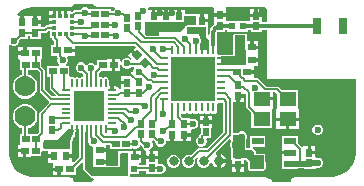
<source format=gtl>
%TF.GenerationSoftware,Altium Limited,Altium Designer,24.5.2 (23)*%
G04 Layer_Physical_Order=1*
G04 Layer_Color=255*
%FSLAX45Y45*%
%MOMM*%
%TF.SameCoordinates,D9EDD973-4EFE-478D-9CC6-8A1B8994CF0D*%
%TF.FilePolarity,Positive*%
%TF.FileFunction,Copper,L1,Top,Signal*%
%TF.Part,Single*%
G01*
G75*
%TA.AperFunction,Conductor*%
%ADD10C,0.35000*%
%TA.AperFunction,SMDPad,CuDef*%
%ADD11R,2.60000X2.60000*%
%ADD12O,0.20000X0.80000*%
%ADD13O,0.80000X0.20000*%
%ADD14R,0.62000X0.59000*%
%ADD15R,0.70000X0.62000*%
%ADD16R,0.62000X0.70000*%
%ADD17R,0.65000X0.55000*%
%ADD18R,0.59000X0.62000*%
%ADD19R,0.38000X0.32000*%
%ADD20R,0.32000X0.39000*%
%ADD21R,0.39000X0.32000*%
%ADD22R,0.74000X1.47000*%
G04:AMPARAMS|DCode=23|XSize=0.62mm|YSize=0.7mm|CornerRadius=0mm|HoleSize=0mm|Usage=FLASHONLY|Rotation=225.000|XOffset=0mm|YOffset=0mm|HoleType=Round|Shape=Rectangle|*
%AMROTATEDRECTD23*
4,1,4,-0.02829,0.46669,0.46669,-0.02829,0.02829,-0.46669,-0.46669,0.02829,-0.02829,0.46669,0.0*
%
%ADD23ROTATEDRECTD23*%

%ADD24R,0.55000X0.65000*%
%ADD25R,1.00000X0.60000*%
%ADD26R,1.40000X1.20000*%
%ADD27O,0.25000X0.80000*%
%ADD28O,0.80000X0.25000*%
%ADD29R,3.70000X3.70000*%
%TA.AperFunction,Conductor*%
%ADD30C,0.15000*%
%ADD31C,0.20000*%
%ADD32C,0.50000*%
%TA.AperFunction,ComponentPad*%
%ADD33C,1.77800*%
%ADD34C,0.80000*%
%TA.AperFunction,ViaPad*%
%ADD35C,0.60000*%
%ADD36C,0.50000*%
G36*
X1700007Y1469401D02*
X1701800Y1469401D01*
X1714500Y1458586D01*
Y1344012D01*
X1688901D01*
X1676603Y1344984D01*
Y1384984D01*
X1574603D01*
Y1356588D01*
X1561903Y1350327D01*
X1556698Y1354324D01*
Y1356876D01*
X1467699D01*
Y1356876D01*
X1465698D01*
Y1356876D01*
X1377602D01*
X1376699Y1356876D01*
X1368281Y1366089D01*
Y1388717D01*
X1266281D01*
Y1348717D01*
X1271281D01*
Y1331211D01*
X1256242Y1319671D01*
X1242523Y1301794D01*
X1233899Y1280974D01*
X1230958Y1258632D01*
X1231060D01*
Y1245353D01*
X1218360Y1238564D01*
X1216960Y1239500D01*
Y1301667D01*
X1219894D01*
Y1341666D01*
X1168895D01*
Y1356666D01*
X1153895D01*
Y1411666D01*
X1122422D01*
X1118633Y1413236D01*
X1022200D01*
Y1447398D01*
X986200D01*
Y1392398D01*
X956200D01*
Y1447398D01*
X920201D01*
X920200Y1447398D01*
X912478Y1449722D01*
Y1449722D01*
X908462Y1449722D01*
X876478D01*
Y1394722D01*
X846478D01*
Y1449722D01*
X810478D01*
Y1449722D01*
X809115Y1448741D01*
X773116D01*
Y1393741D01*
X743116D01*
Y1448741D01*
X717536D01*
X712969Y1458294D01*
X720144Y1469401D01*
X1261415Y1469401D01*
X1266281Y1458716D01*
Y1418717D01*
X1368281D01*
Y1456701D01*
X1373147Y1469401D01*
X1700000D01*
X1700004Y1469402D01*
X1700007Y1469401D01*
D02*
G37*
G36*
X250048Y1485972D02*
X259972Y1479341D01*
X278349Y1471729D01*
X290054Y1469401D01*
X422601D01*
X427861Y1456701D01*
X419051Y1447890D01*
X416420Y1441540D01*
X394800D01*
Y1452200D01*
X214800D01*
X205255Y1459818D01*
X201682Y1463392D01*
X185142Y1470243D01*
X167240D01*
X150701Y1463392D01*
X138042Y1450733D01*
X136986Y1448183D01*
X95438D01*
X86659Y1446437D01*
X79217Y1441464D01*
X68565Y1430812D01*
X55865Y1436073D01*
Y1439169D01*
X27165D01*
Y1394269D01*
X1765D01*
Y1439169D01*
X-22835D01*
Y1394269D01*
X-48235D01*
Y1439169D01*
X-72835D01*
Y1394269D01*
X-85535D01*
Y1381569D01*
X-130435D01*
Y1356969D01*
X-85535D01*
Y1331569D01*
X-130435D01*
Y1319759D01*
X-147683D01*
X-157438Y1317819D01*
X-165707Y1312293D01*
X-174210Y1303790D01*
X-193494D01*
Y1328884D01*
X-244494D01*
Y1343884D01*
X-259494D01*
Y1398883D01*
X-292115D01*
X-295493Y1398884D01*
Y1398884D01*
X-304669Y1398530D01*
Y1398529D01*
X-340668D01*
Y1343529D01*
X-370668D01*
Y1398529D01*
X-393807D01*
X-399068Y1411229D01*
X-389868Y1420429D01*
X-353931Y1444442D01*
X-314000Y1460981D01*
X-271610Y1469413D01*
X-250000D01*
X49999Y1469414D01*
X61704Y1471742D01*
X71628Y1478373D01*
X78258Y1488296D01*
X79551Y1494797D01*
X241223D01*
X250048Y1485972D01*
D02*
G37*
G36*
X1118633Y1320800D02*
X1041400Y1320800D01*
X1035273Y1314673D01*
X1025262D01*
Y1304662D01*
X980514Y1259914D01*
X802623D01*
Y1231291D01*
X694161D01*
X682681Y1242771D01*
Y1346825D01*
X712116D01*
Y1343741D01*
X803184D01*
X804115Y1343741D01*
Y1343741D01*
X815479Y1344721D01*
Y1344722D01*
X907478D01*
Y1346825D01*
X925200D01*
Y1342398D01*
X1017200D01*
Y1397000D01*
X1118633D01*
Y1320800D01*
D02*
G37*
G36*
X-120035Y1263269D02*
X-119535D01*
Y1213269D01*
X-101797D01*
X-100085Y1204660D01*
X-94559Y1196390D01*
X-84062Y1185893D01*
Y1150900D01*
X-108700D01*
Y1058900D01*
X-59190D01*
Y1054965D01*
X-57249Y1045211D01*
X-54262Y1040740D01*
X-57802Y1032194D01*
Y1014292D01*
X-50951Y997753D01*
X-38998Y985800D01*
X-39272Y982317D01*
X-42523Y973100D01*
X-146800D01*
Y881100D01*
X-122732D01*
Y788389D01*
X-120986Y779610D01*
X-116013Y772167D01*
X-70876Y727031D01*
X-75736Y715297D01*
X-98751D01*
X-162342Y778888D01*
Y928869D01*
X-164088Y937648D01*
X-169061Y945091D01*
X-194019Y970049D01*
Y1027606D01*
X-194019Y1027606D01*
X-190480Y1038272D01*
X-190480D01*
X-190481Y1038841D01*
Y1130272D01*
X-277482D01*
Y1135272D01*
X-317481D01*
Y1084271D01*
X-332481D01*
Y1069271D01*
X-387481D01*
Y1033272D01*
X-384373D01*
X-374020Y1027606D01*
Y942607D01*
X-355976D01*
Y900878D01*
X-370590Y896962D01*
X-394282Y883283D01*
X-413627Y863938D01*
X-427305Y840246D01*
X-434386Y813821D01*
Y786464D01*
X-427305Y760038D01*
X-413627Y736346D01*
X-394282Y717001D01*
X-370590Y703323D01*
X-344165Y696242D01*
X-316807D01*
X-290382Y703323D01*
X-266690Y717001D01*
X-247345Y736346D01*
X-233667Y760038D01*
X-226586Y786464D01*
Y813821D01*
X-233667Y840246D01*
X-247345Y863938D01*
X-266690Y883283D01*
X-290382Y896962D01*
X-304996Y900878D01*
Y942607D01*
X-231463D01*
X-208223Y919367D01*
Y769386D01*
X-206477Y760607D01*
X-201504Y753165D01*
X-127790Y679451D01*
X-126603Y675376D01*
X-126512Y667873D01*
X-127708Y663022D01*
X-204913Y585817D01*
X-209886Y578375D01*
X-211632Y569596D01*
Y412064D01*
X-225029Y398667D01*
X-277586D01*
Y398667D01*
X-307545D01*
Y444724D01*
X-290382Y449323D01*
X-266690Y463002D01*
X-247345Y482346D01*
X-233666Y506039D01*
X-226586Y532464D01*
Y559821D01*
X-233666Y586246D01*
X-247345Y609939D01*
X-266690Y629283D01*
X-290382Y642962D01*
X-316807Y650042D01*
X-344164D01*
X-370590Y642962D01*
X-394282Y629283D01*
X-413627Y609939D01*
X-427305Y586246D01*
X-434386Y559821D01*
Y532464D01*
X-427305Y506039D01*
X-413627Y482346D01*
X-394282Y463002D01*
X-370590Y449323D01*
X-353426Y444724D01*
Y398667D01*
X-372586D01*
Y313668D01*
X-382710Y307448D01*
X-389273D01*
Y271448D01*
X-334273D01*
Y256448D01*
X-319273D01*
Y205448D01*
X-279274D01*
Y210448D01*
X-192273D01*
Y246293D01*
X-179573Y253135D01*
X-173126Y250464D01*
X-136293D01*
Y224166D01*
X-85292D01*
Y194166D01*
X-136293D01*
Y154166D01*
X-107250D01*
X-96518Y149413D01*
Y113414D01*
X-41519D01*
Y98414D01*
X-26519D01*
Y47414D01*
X13481D01*
Y52414D01*
X100481D01*
Y111971D01*
X148749Y160238D01*
X160482Y155378D01*
Y115976D01*
X161564D01*
Y101600D01*
X166319Y90119D01*
X224633Y31806D01*
X236113Y27051D01*
X246678D01*
X250530Y14351D01*
X250048Y14029D01*
X235983Y-37D01*
X232531Y-5202D01*
X80586D01*
Y-1D01*
X78258Y11704D01*
X71627Y21628D01*
X61704Y28258D01*
X49999Y30587D01*
X-250000Y30586D01*
X-271611Y30587D01*
X-314000Y39018D01*
X-353932Y55559D01*
X-389868Y79571D01*
X-420430Y110132D01*
X-444442Y146069D01*
X-460982Y186000D01*
X-469413Y228389D01*
Y250000D01*
X-469414Y1151110D01*
X-456713Y1156371D01*
X-451180Y1150837D01*
X-434640Y1143986D01*
X-416739D01*
X-400199Y1150837D01*
X-387540Y1163496D01*
X-380690Y1180035D01*
Y1189921D01*
X-369081Y1201529D01*
X-309668D01*
Y1225260D01*
X-290494D01*
Y1201884D01*
X-198494D01*
Y1252810D01*
X-163652D01*
X-153898Y1254751D01*
X-145628Y1260276D01*
X-137125Y1268780D01*
X-120035D01*
Y1263269D01*
D02*
G37*
G36*
X1200724Y1222375D02*
X1226137Y1196962D01*
Y1104900D01*
X1151602D01*
X1152456Y1160886D01*
Y1162657D01*
X1159024Y1178514D01*
Y1196416D01*
X1152456Y1212273D01*
Y1244600D01*
X1041400D01*
Y1300975D01*
X1046754Y1303192D01*
X1047934Y1304373D01*
X1200724D01*
Y1222375D01*
D02*
G37*
G36*
X1376699Y1264876D02*
X1465698D01*
Y1264875D01*
X1467699D01*
Y1264876D01*
X1556698D01*
Y1277739D01*
X1579603D01*
Y1257984D01*
X1671603D01*
Y1277739D01*
X1714500D01*
Y863600D01*
X2469413D01*
X2469414Y250001D01*
X2469413Y228390D01*
X2460981Y186000D01*
X2444441Y146068D01*
X2420429Y110132D01*
X2389867Y79570D01*
X2353931Y55558D01*
X2314001Y39019D01*
X2271610Y30587D01*
X2250000Y30587D01*
X1950001Y30587D01*
X1938296Y28258D01*
X1928373Y21628D01*
X1921742Y11704D01*
X1919414Y-1D01*
Y-5202D01*
X1767463D01*
X1764027Y-57D01*
X1749962Y14015D01*
X1740040Y20648D01*
X1721660Y28266D01*
X1709955Y30597D01*
X1700008Y30599D01*
X1700005Y30599D01*
X1700001Y30600D01*
X564760D01*
X556268Y43287D01*
Y55844D01*
X634085D01*
Y80623D01*
X694872D01*
Y56113D01*
X786871D01*
X786872Y56113D01*
Y56113D01*
X799572Y58993D01*
X805664Y56470D01*
X823566D01*
X840106Y63320D01*
X852764Y75979D01*
X859615Y92518D01*
Y110420D01*
X852764Y126960D01*
X840106Y139618D01*
X823566Y146469D01*
X805664D01*
X804572Y146017D01*
X791872Y154503D01*
Y183113D01*
X689872D01*
Y143114D01*
X689872D01*
X687000Y131603D01*
X634085D01*
Y147844D01*
X644075Y154387D01*
X651349D01*
Y190387D01*
X596350D01*
Y205387D01*
X581350D01*
Y256387D01*
X541350D01*
Y256387D01*
X528649Y252322D01*
X478458Y252829D01*
X478355Y252788D01*
X478253Y252830D01*
X474794Y251387D01*
X454350D01*
Y230589D01*
X453100Y227550D01*
X453143Y227448D01*
X453102Y227344D01*
X454307Y148069D01*
X454085Y147844D01*
X454086D01*
Y130536D01*
X357482D01*
Y146976D01*
X302482D01*
Y176976D01*
X357482D01*
Y209613D01*
X358373D01*
Y245613D01*
X303373D01*
Y275613D01*
X358373D01*
Y307879D01*
X388056D01*
X389035Y306900D01*
Y273183D01*
X569035D01*
Y273183D01*
X581735Y277613D01*
X592069Y273333D01*
X609971D01*
X626511Y280184D01*
X639169Y292842D01*
X642112Y299947D01*
X646201Y300761D01*
X658901Y298579D01*
X665752Y282040D01*
X678411Y269381D01*
X688449Y265223D01*
X689872Y253113D01*
X689872Y253113D01*
X689872Y253113D01*
Y213113D01*
X725872D01*
Y253113D01*
X723303D01*
X720777Y265813D01*
X729392Y269381D01*
X742050Y282040D01*
X748901Y298580D01*
Y316481D01*
X743341Y329904D01*
X747496Y340036D01*
X749899Y343133D01*
X756932Y344101D01*
X771042Y329991D01*
Y325843D01*
X777893Y309303D01*
X790551Y296645D01*
X807091Y289794D01*
X824993D01*
X841532Y296645D01*
X854191Y309303D01*
X860076Y323512D01*
X861042Y325843D01*
X861043Y325851D01*
X862364Y335265D01*
X869155Y335265D01*
X898363D01*
Y390265D01*
X928363D01*
Y335265D01*
X964363D01*
Y335264D01*
X968113Y334205D01*
X968113Y334206D01*
X976625Y334206D01*
X1004113D01*
Y389205D01*
X1019113D01*
Y404205D01*
X1070113D01*
Y431612D01*
X1080672Y438667D01*
X1083249Y437600D01*
X1101151D01*
X1117690Y444451D01*
X1130349Y457110D01*
X1137200Y473649D01*
Y491551D01*
X1130349Y508090D01*
X1117690Y520749D01*
X1101151Y527600D01*
X1083249D01*
X1077813Y525348D01*
X1065112Y531206D01*
Y531206D01*
X1009161D01*
X989686Y550681D01*
Y563816D01*
X1002386Y570604D01*
X1003466Y569883D01*
X1014196Y567748D01*
X1024926Y569883D01*
X1034022Y575961D01*
X1044370D01*
X1053466Y569883D01*
X1064196Y567748D01*
X1074926Y569883D01*
X1084022Y575961D01*
X1094370D01*
X1103466Y569883D01*
X1114196Y567748D01*
X1124926Y569883D01*
X1134022Y575961D01*
X1144370D01*
X1153466Y569883D01*
X1164196Y567748D01*
X1174926Y569883D01*
X1184022Y575961D01*
X1194370D01*
X1203466Y569883D01*
X1214196Y567748D01*
X1224926Y569883D01*
X1234022Y575961D01*
X1244370D01*
X1253466Y569883D01*
X1264196Y567748D01*
X1274926Y569883D01*
X1284023Y575961D01*
X1290101Y585057D01*
X1292235Y595787D01*
Y650787D01*
X1291947Y652236D01*
X1302747Y663037D01*
X1304196Y662748D01*
X1348659D01*
Y416542D01*
X1209378Y277261D01*
X1142680D01*
X1133901Y275514D01*
X1126459Y270541D01*
X1126458Y270541D01*
X1074392Y218475D01*
X1066177Y221877D01*
X1044297D01*
X1024083Y213504D01*
X1008611Y198032D01*
X1000238Y177817D01*
Y155937D01*
X1008611Y135722D01*
X1024083Y120251D01*
X1044297Y111877D01*
X1066177D01*
X1086392Y120251D01*
X1101864Y135722D01*
X1110237Y155937D01*
Y177817D01*
X1106835Y186032D01*
X1125793Y204990D01*
X1135611Y198032D01*
X1127238Y177817D01*
Y155937D01*
X1135611Y135722D01*
X1151083Y120251D01*
X1171297Y111877D01*
X1193177D01*
X1213392Y120251D01*
X1228864Y135722D01*
X1237237Y155937D01*
X1249238Y154942D01*
X1258372Y132890D01*
X1275250Y116012D01*
X1294238Y108147D01*
Y166878D01*
Y225608D01*
X1289344Y223581D01*
X1282150Y234347D01*
X1400133Y352329D01*
X1411866Y347469D01*
Y332505D01*
X1409651Y330290D01*
X1402800Y313751D01*
Y295849D01*
X1409651Y279310D01*
X1411866Y277095D01*
Y193900D01*
X1416621Y182419D01*
X1422200Y180109D01*
Y146800D01*
X1473199D01*
X1524200D01*
Y177664D01*
X1537874D01*
X1556626Y158913D01*
Y101441D01*
X1561381Y89961D01*
X1572861Y85205D01*
X1680560D01*
X1680598Y85221D01*
X1680636Y85206D01*
X1686314Y87589D01*
X1692040Y89961D01*
X1692056Y89999D01*
X1692094Y90015D01*
X1701032Y99038D01*
X1701048Y99077D01*
X1701086Y99093D01*
X1701646Y100470D01*
X1702862D01*
X1705734Y110541D01*
X1705720Y110572D01*
X1705733Y110618D01*
X1705719Y111987D01*
X1704733Y216054D01*
X1702328Y221708D01*
X1699978Y227381D01*
X1699902Y227412D01*
X1699869Y227489D01*
X1694177Y229784D01*
X1688498Y232136D01*
X1627221D01*
Y240568D01*
X1625060Y245786D01*
X1623297Y251153D01*
X1603977Y273623D01*
X1603396Y273917D01*
X1603147Y274518D01*
X1597928Y276680D01*
X1595770Y277771D01*
X1598797Y290471D01*
X1702861D01*
Y380471D01*
X1572861D01*
Y291974D01*
X1572861Y290471D01*
X1569233Y279274D01*
X1543898D01*
Y355961D01*
X1547847Y365494D01*
Y383396D01*
X1540996Y399935D01*
X1539776Y401155D01*
X1539142Y402684D01*
X1537614Y403317D01*
X1528337Y412594D01*
X1511798Y419445D01*
X1493896D01*
X1477356Y412594D01*
X1472202Y407439D01*
X1429540D01*
Y664753D01*
X1456201D01*
Y719753D01*
X1471201D01*
Y734753D01*
X1527651D01*
X1534901Y738382D01*
X1539159Y735193D01*
Y629710D01*
X1540906Y620931D01*
X1545879Y613489D01*
X1586348Y573019D01*
Y449222D01*
X1756348D01*
Y599221D01*
X1763831Y608822D01*
X1766748D01*
Y681522D01*
X1671348D01*
Y706922D01*
X1766748D01*
Y753781D01*
X1789345D01*
X1806348Y736779D01*
Y622322D01*
X1806348Y619222D01*
X1798864Y609622D01*
X1795948D01*
Y536922D01*
X1986748D01*
Y609622D01*
X1983831D01*
X1976348Y619222D01*
X1976348Y622322D01*
Y769221D01*
X1838791D01*
X1815069Y792943D01*
X1807627Y797916D01*
X1798848Y799662D01*
X1710952D01*
X1646906Y863709D01*
X1639464Y868682D01*
X1630685Y870428D01*
X1618937D01*
X1607124Y872570D01*
Y908570D01*
X1552125D01*
Y938570D01*
X1607124D01*
Y974569D01*
X1619799Y974632D01*
X1644355D01*
Y1010632D01*
X1589355D01*
Y1040632D01*
X1644355D01*
Y1076631D01*
X1644356D01*
X1645226Y1079034D01*
X1645225Y1079034D01*
X1645225Y1088971D01*
Y1115034D01*
X1590225D01*
Y1130034D01*
X1575225D01*
Y1181034D01*
X1551424D01*
X1551045Y1232021D01*
X1548649Y1237684D01*
X1546290Y1243381D01*
X1546229Y1243406D01*
X1546204Y1243466D01*
X1540507Y1245776D01*
X1534809Y1248136D01*
X1448563D01*
X1442882Y1245783D01*
X1437152Y1243450D01*
X1437131Y1243401D01*
X1437082Y1243381D01*
X1434727Y1237695D01*
X1432327Y1231998D01*
X1432209Y1212429D01*
X1428200Y1202751D01*
Y1184849D01*
X1431987Y1175707D01*
X1431349Y1070115D01*
X1331148D01*
X1328034Y1068826D01*
X1304196D01*
X1302747Y1068537D01*
X1291947Y1079338D01*
X1292235Y1080787D01*
Y1131358D01*
X1294810Y1135212D01*
X1297333Y1147893D01*
Y1258632D01*
X1297588D01*
X1298201Y1261717D01*
X1363281D01*
Y1278580D01*
X1376699D01*
Y1264876D01*
D02*
G37*
G36*
X610711Y1133335D02*
X589251Y1111875D01*
X628142Y1072984D01*
X606929Y1051771D01*
X568038Y1090662D01*
X542583Y1065207D01*
X570176Y1037613D01*
X565443Y1024386D01*
X564608Y1024303D01*
X555731Y1033180D01*
X539191Y1040031D01*
X521290D01*
X504750Y1033180D01*
X492091Y1020522D01*
X487600Y1009679D01*
X474900Y1012205D01*
Y1028899D01*
X434900D01*
Y977899D01*
Y926900D01*
X474900D01*
Y977857D01*
X487600Y980383D01*
X492091Y969541D01*
X504750Y956882D01*
X521290Y950031D01*
X539191D01*
X555731Y956882D01*
X564068Y965219D01*
X589577D01*
X594838Y952519D01*
X592981Y950663D01*
X586130Y934124D01*
Y930976D01*
X573430Y925715D01*
X568995Y930151D01*
X561553Y935123D01*
X552774Y936870D01*
X543466D01*
X534687Y935123D01*
X527245Y930151D01*
X522272Y922708D01*
X520526Y913929D01*
Y913549D01*
X520274Y912284D01*
X522021Y903505D01*
X523628Y901100D01*
X517343Y888400D01*
X482400D01*
Y848400D01*
X533399D01*
Y818400D01*
X482400D01*
Y779884D01*
X476096Y774338D01*
X464784Y777512D01*
X463672Y783106D01*
X457041Y793029D01*
X447118Y799660D01*
X435412Y801988D01*
X420412D01*
Y771401D01*
X390412D01*
Y801988D01*
X375902D01*
Y856400D01*
X373962Y866154D01*
X368436Y874424D01*
X360167Y879949D01*
X350412Y881890D01*
X340658Y879949D01*
X340216Y879654D01*
X330412Y875302D01*
X320609Y879654D01*
X320167Y879949D01*
X310412Y881890D01*
X306053Y881023D01*
X293353Y889180D01*
Y910564D01*
X297321Y914532D01*
X302294Y921975D01*
X302760Y924316D01*
X310343Y931899D01*
X364900D01*
Y926900D01*
X404900D01*
Y977899D01*
Y1028899D01*
X364900D01*
Y1023899D01*
X277900D01*
Y983433D01*
X272504Y980799D01*
X265200Y979539D01*
X254090Y990649D01*
X237551Y997500D01*
X219649D01*
X203110Y990649D01*
X195245Y982785D01*
X181737Y983520D01*
X180299Y984432D01*
X168523Y996209D01*
X151984Y1003059D01*
X134082D01*
X117542Y996209D01*
X104884Y983550D01*
X98033Y967011D01*
Y949109D01*
X104884Y932569D01*
X117542Y919911D01*
X134082Y913060D01*
X146965D01*
X158614Y901411D01*
X157975Y891798D01*
X150412Y881890D01*
X140658Y879949D01*
X132389Y874424D01*
X128436D01*
X120167Y879949D01*
X110413Y881890D01*
X100658Y879949D01*
X92389Y874424D01*
X80609Y879654D01*
X80167Y879949D01*
X70412Y881890D01*
X60658Y879949D01*
X56185Y876961D01*
X45200Y884785D01*
Y973100D01*
X16919D01*
X13668Y982317D01*
X13394Y985800D01*
X25347Y997753D01*
X32198Y1014292D01*
Y1032194D01*
X28468Y1041200D01*
X36774Y1053900D01*
X88300D01*
Y1089900D01*
X33300D01*
Y1119900D01*
X88300D01*
Y1145459D01*
X598586D01*
X610711Y1133335D01*
D02*
G37*
G36*
X1536633Y986925D02*
X1527675Y977922D01*
X1331148Y978409D01*
Y1053880D01*
X1447487D01*
X1448563Y1231900D01*
X1534809D01*
X1536633Y986925D01*
D02*
G37*
G36*
X81008Y429578D02*
X79197Y396179D01*
X51973Y335298D01*
X50800Y266700D01*
X-173126D01*
Y344311D01*
X-57909D01*
X36578Y438798D01*
X72274D01*
X81008Y429578D01*
D02*
G37*
G36*
X124917Y406400D02*
X125412Y403910D01*
Y369077D01*
X127472Y367606D01*
Y203847D01*
X79954Y156329D01*
X67254Y161590D01*
Y194464D01*
X16254D01*
Y224464D01*
X67254D01*
Y264464D01*
X67254Y264464D01*
X67217Y277164D01*
X68150Y331701D01*
X87467Y374901D01*
X95413Y377191D01*
Y395296D01*
X95414Y395300D01*
X97226Y428698D01*
X97147Y428921D01*
X97244Y429138D01*
X95907Y432628D01*
Y436400D01*
X124917D01*
Y406400D01*
D02*
G37*
G36*
X1527662Y263038D02*
X1591666D01*
X1610985Y240568D01*
Y215900D01*
X1688498D01*
X1689497Y110464D01*
X1680560Y101441D01*
X1572861D01*
Y165638D01*
X1544599Y193900D01*
X1428102D01*
Y384007D01*
X1429533Y391203D01*
X1527662D01*
Y263038D01*
D02*
G37*
G36*
X200874Y420239D02*
Y345226D01*
X205704Y340396D01*
Y327452D01*
X212555Y310913D01*
X225213Y298254D01*
X241300Y291590D01*
Y114300D01*
X471057D01*
X469336Y227591D01*
X478294Y236594D01*
X540032Y235971D01*
Y43287D01*
X236113D01*
X177800Y101600D01*
Y413758D01*
X189141Y425099D01*
X200874Y420239D01*
D02*
G37*
%LPC*%
G36*
X1676603Y1454984D02*
X1640603D01*
Y1414984D01*
X1676603D01*
Y1454984D01*
D02*
G37*
G36*
X1610603D02*
X1574603D01*
Y1414984D01*
X1610603D01*
Y1454984D01*
D02*
G37*
G36*
X1219894Y1411666D02*
X1183895D01*
Y1371666D01*
X1219894D01*
Y1411666D01*
D02*
G37*
G36*
X-98235Y1435669D02*
X-129935D01*
Y1406969D01*
X-98235D01*
Y1435669D01*
D02*
G37*
G36*
X-229494Y1398883D02*
Y1358883D01*
X-193494D01*
Y1398883D01*
X-229494D01*
D02*
G37*
G36*
X-347481Y1135272D02*
X-387481D01*
Y1099271D01*
X-347481D01*
Y1135272D01*
D02*
G37*
G36*
X-349273Y241448D02*
X-389273D01*
Y205448D01*
X-349273D01*
Y241448D01*
D02*
G37*
G36*
X-56519Y83414D02*
X-96518D01*
Y47414D01*
X-56519D01*
Y83414D01*
D02*
G37*
G36*
X1645225Y1181034D02*
X1605225D01*
Y1145034D01*
X1645225D01*
Y1181034D01*
D02*
G37*
G36*
X1522201Y704753D02*
X1486201D01*
Y664753D01*
X1522201D01*
Y704753D01*
D02*
G37*
G36*
X1249196Y552616D02*
X1216696D01*
Y515117D01*
X1249196D01*
Y552616D01*
D02*
G37*
G36*
X1186696D02*
X1154196D01*
Y515117D01*
X1186696D01*
Y552616D01*
D02*
G37*
G36*
X1986748Y511522D02*
X1904048D01*
Y438822D01*
X1986748D01*
Y511522D01*
D02*
G37*
G36*
X1878648D02*
X1795948D01*
Y438822D01*
X1878648D01*
Y511522D01*
D02*
G37*
G36*
X2155251Y476800D02*
X2137349D01*
X2120810Y469949D01*
X2108151Y457290D01*
X2101300Y440751D01*
Y422849D01*
X2108151Y406310D01*
X2120810Y393651D01*
X2137349Y386800D01*
X2155251D01*
X2171790Y393651D01*
X2184449Y406310D01*
X2191300Y422849D01*
Y440751D01*
X2184449Y457290D01*
X2171790Y469949D01*
X2155251Y476800D01*
D02*
G37*
G36*
X1070113Y374205D02*
X1034113D01*
Y334206D01*
X1070113D01*
Y374205D01*
D02*
G37*
G36*
X1249196Y485117D02*
X1201696D01*
X1154196D01*
Y447616D01*
X1159196D01*
Y405059D01*
X1148092Y393955D01*
X1143120Y386513D01*
X1141373Y377734D01*
Y375812D01*
X1136618Y373843D01*
X1123960Y361184D01*
X1117109Y344644D01*
Y326743D01*
X1123960Y310203D01*
X1136618Y297544D01*
X1153158Y290694D01*
X1171060D01*
X1187599Y297544D01*
X1200258Y310203D01*
X1207109Y326743D01*
Y344644D01*
X1202854Y354916D01*
X1210419Y367616D01*
X1244196D01*
Y447616D01*
X1249196D01*
Y485117D01*
D02*
G37*
G36*
X2128089Y295781D02*
X2092090D01*
Y255782D01*
X2128089D01*
Y295781D01*
D02*
G37*
G36*
X651349Y256387D02*
X611350D01*
Y220387D01*
X651349D01*
Y256387D01*
D02*
G37*
G36*
X791872Y253113D02*
X755872D01*
Y213113D01*
X791872D01*
Y253113D01*
D02*
G37*
G36*
X1324238Y225607D02*
Y181878D01*
X1367967D01*
X1360103Y200864D01*
X1343225Y217743D01*
X1324238Y225607D01*
D02*
G37*
G36*
X939177Y221877D02*
X917297D01*
X897083Y213504D01*
X881611Y198032D01*
X873238Y177817D01*
Y155937D01*
X881611Y135722D01*
X897083Y120251D01*
X917297Y111877D01*
X939177D01*
X959392Y120251D01*
X974864Y135722D01*
X983237Y155937D01*
Y177817D01*
X974864Y198032D01*
X959392Y213504D01*
X939177Y221877D01*
D02*
G37*
G36*
X1367968Y151878D02*
X1324238D01*
Y108147D01*
X1343225Y116012D01*
X1360103Y132890D01*
X1367968Y151878D01*
D02*
G37*
G36*
X1977861Y380471D02*
X1847861D01*
Y290471D01*
X1842861D01*
Y255471D01*
X1912862D01*
Y225471D01*
X1842861D01*
Y190471D01*
X1847861Y190471D01*
Y100471D01*
X1977861D01*
Y105838D01*
X2031090D01*
Y98782D01*
X2123089D01*
Y101662D01*
X2135790Y108046D01*
X2137349Y107400D01*
X2155251D01*
X2171790Y114251D01*
X2184449Y126910D01*
X2191300Y143449D01*
Y161351D01*
X2184449Y177890D01*
X2171790Y190549D01*
X2155251Y197400D01*
X2137349D01*
X2128089Y203587D01*
Y225782D01*
X2077090D01*
Y240782D01*
X2062090D01*
Y295781D01*
X2026090D01*
Y293246D01*
X2021382Y290196D01*
X2013390Y288380D01*
X1977861Y323908D01*
Y380471D01*
D02*
G37*
G36*
X1524200Y116800D02*
X1488199D01*
Y76800D01*
X1524200D01*
Y116800D01*
D02*
G37*
G36*
X1458200D02*
X1422200D01*
Y76800D01*
X1458200D01*
Y116800D01*
D02*
G37*
%LPD*%
D10*
X1317281Y1311717D02*
G03*
X1264196Y1258632I0J-53084D01*
G01*
Y1147893D02*
Y1258632D01*
X1317281Y1311717D02*
X1420357D01*
X1512198Y1310876D02*
X2140259D01*
X1626554Y1310932D02*
X1648499D01*
D11*
X210412Y631400D02*
D03*
D12*
X70412Y826400D02*
D03*
X150412Y826400D02*
D03*
X190413D02*
D03*
X230412D02*
D03*
X270412D02*
D03*
X310412D02*
D03*
X350412D02*
D03*
Y436400D02*
D03*
X310412D02*
D03*
X270412D02*
D03*
X230412Y436400D02*
D03*
X190413Y436400D02*
D03*
X150412Y436400D02*
D03*
X110413Y436400D02*
D03*
X70412Y436400D02*
D03*
X110413Y826400D02*
D03*
D13*
X405412Y771400D02*
D03*
X405413Y731400D02*
D03*
X405412Y691400D02*
D03*
X405413Y651400D02*
D03*
Y611400D02*
D03*
X405412Y571400D02*
D03*
X405413Y531400D02*
D03*
X405412Y491400D02*
D03*
X15412D02*
D03*
X15412Y531400D02*
D03*
Y571400D02*
D03*
Y611400D02*
D03*
Y651400D02*
D03*
X15412Y691400D02*
D03*
X15412Y731400D02*
D03*
X15412Y771400D02*
D03*
D14*
X1071262Y1361173D02*
D03*
Y1270173D02*
D03*
D15*
X327900Y977899D02*
D03*
X419900Y977899D02*
D03*
X-242273Y256448D02*
D03*
X-334273Y256448D02*
D03*
X-240481Y1084272D02*
D03*
X-332481D02*
D03*
X-4800Y927100D02*
D03*
X-96800D02*
D03*
X211373Y260612D02*
D03*
X303373Y260613D02*
D03*
X210482Y161976D02*
D03*
X302482Y161976D02*
D03*
X50481Y98414D02*
D03*
X-41519D02*
D03*
X504350Y205387D02*
D03*
X596350Y205387D02*
D03*
X-58700Y1104900D02*
D03*
X33300D02*
D03*
X1460124Y923569D02*
D03*
X1552124D02*
D03*
X1497355Y1025632D02*
D03*
X1589355D02*
D03*
X1498225Y1130034D02*
D03*
X1590225D02*
D03*
D16*
X632081Y834622D02*
D03*
Y742622D02*
D03*
X533400Y833400D02*
D03*
Y741400D02*
D03*
X-101730Y519589D02*
D03*
X-101731Y427590D02*
D03*
X16254Y301464D02*
D03*
X16254Y209464D02*
D03*
X740872Y106113D02*
D03*
Y198113D02*
D03*
X-85292Y301166D02*
D03*
X-85293Y209166D02*
D03*
X-244494Y1251883D02*
D03*
Y1343884D02*
D03*
X-355668Y1251529D02*
D03*
Y1343529D02*
D03*
X1019113Y481206D02*
D03*
Y389206D02*
D03*
X913363Y390265D02*
D03*
Y482265D02*
D03*
X1471201Y811753D02*
D03*
Y719753D02*
D03*
X758116Y1301741D02*
D03*
Y1393741D02*
D03*
X1168895Y1264667D02*
D03*
Y1356667D02*
D03*
X861478Y1394722D02*
D03*
Y1302722D02*
D03*
X971200Y1392398D02*
D03*
Y1300398D02*
D03*
X1317281Y1311717D02*
D03*
Y1403717D02*
D03*
X1625603Y1307984D02*
D03*
Y1399984D02*
D03*
X2077090Y148782D02*
D03*
Y240782D02*
D03*
X1473200Y131800D02*
D03*
Y223800D02*
D03*
D17*
X-326520Y985106D02*
D03*
X-241519D02*
D03*
X-325086Y356167D02*
D03*
X-240086Y356167D02*
D03*
X521535Y315683D02*
D03*
X436535D02*
D03*
X262300Y1320800D02*
D03*
X347300D02*
D03*
X262300Y1409700D02*
D03*
X347300D02*
D03*
X262300Y1231900D02*
D03*
X347300D02*
D03*
D18*
X589586Y101844D02*
D03*
X498585D02*
D03*
X1421198Y1310876D02*
D03*
X1512198D02*
D03*
D19*
X-85536Y1244269D02*
D03*
X64464Y1394269D02*
D03*
Y1244269D02*
D03*
X-85536Y1394269D02*
D03*
D20*
X14465Y1244269D02*
D03*
X-35535D02*
D03*
X14465Y1394269D02*
D03*
X-35535D02*
D03*
D21*
X64464Y1344269D02*
D03*
Y1294269D02*
D03*
X-85536D02*
D03*
Y1344269D02*
D03*
D22*
X2357259Y1310876D02*
D03*
X2140259D02*
D03*
D23*
X617536Y1062378D02*
D03*
X682590Y997324D02*
D03*
D24*
X627533Y1307957D02*
D03*
Y1392957D02*
D03*
X654242Y395334D02*
D03*
Y480334D02*
D03*
X743142Y395334D02*
D03*
Y480334D02*
D03*
X535438Y1295547D02*
D03*
Y1380547D02*
D03*
X1201696Y500116D02*
D03*
Y415116D02*
D03*
D25*
X1637861Y145471D02*
D03*
Y335471D02*
D03*
X1912861D02*
D03*
Y240471D02*
D03*
Y145471D02*
D03*
D26*
X1891348Y524222D02*
D03*
Y694222D02*
D03*
X1671348Y524222D02*
D03*
Y694222D02*
D03*
D27*
X1264196Y1108287D02*
D03*
X1214196D02*
D03*
X1164196D02*
D03*
X1114196D02*
D03*
X1064196D02*
D03*
X1014196D02*
D03*
X964196D02*
D03*
X914196D02*
D03*
Y623287D02*
D03*
X964196D02*
D03*
X1014196D02*
D03*
X1064196D02*
D03*
X1114196D02*
D03*
X1164196D02*
D03*
X1214196D02*
D03*
X1264196D02*
D03*
D28*
X846696Y1040787D02*
D03*
Y990787D02*
D03*
Y940787D02*
D03*
Y890787D02*
D03*
Y840787D02*
D03*
Y790787D02*
D03*
Y740787D02*
D03*
Y690787D02*
D03*
X1331696D02*
D03*
Y740787D02*
D03*
Y790787D02*
D03*
Y840787D02*
D03*
Y890787D02*
D03*
Y940787D02*
D03*
Y990787D02*
D03*
Y1040787D02*
D03*
D29*
X1089196Y865787D02*
D03*
D30*
X67329Y1347133D02*
X139012D01*
X150412Y194344D02*
Y436400D01*
X666544Y1436968D02*
Y1439989D01*
X627533Y1392957D02*
Y1397957D01*
X666544Y1436968D01*
X803428Y990894D02*
X846589D01*
X608088Y1168400D02*
X784449Y992040D01*
X846589Y990894D02*
X846696Y990787D01*
X784449Y992040D02*
X802282D01*
X803428Y990894D01*
X844783Y892700D02*
X846696Y890787D01*
X767867Y892700D02*
X844783D01*
X763051Y898623D02*
X763968Y899540D01*
X742297Y851721D02*
X753231Y840787D01*
X846696D01*
X763051Y897516D02*
X767867Y892700D01*
X763051Y897516D02*
Y898623D01*
X712801Y851721D02*
X742297D01*
X751845Y1110845D02*
Y1113791D01*
Y1110845D02*
X821902Y1040787D01*
X837732Y1120851D02*
X909577D01*
X652129Y340334D02*
X676322Y316141D01*
X695291D01*
X703901Y307530D01*
X652129Y340334D02*
Y393221D01*
X743142Y390334D02*
X790072Y343404D01*
X807432D02*
X816042Y334794D01*
X743142Y390334D02*
Y395334D01*
X790072Y343404D02*
X807432D01*
X405413Y651400D02*
X650095D01*
X669510Y631985D01*
X681687D01*
X735212Y706803D02*
X819196Y790787D01*
X735212Y595512D02*
Y706803D01*
X666247Y526547D02*
X735212Y595512D01*
X546993Y587715D02*
X606440D01*
X609836Y591111D01*
X631130Y925173D02*
X639350D01*
X712801Y851721D01*
X405412Y571400D02*
X500021D01*
X555250Y516172D01*
X566225D01*
X1064196Y1108287D02*
Y1160033D01*
X1026353Y1197876D02*
X1064196Y1160033D01*
X1114110Y1108373D02*
X1114196Y1108287D01*
X1114110Y1108373D02*
Y1187379D01*
X1114024Y1187465D02*
X1114110Y1187379D01*
X64464Y1344269D02*
X67329Y1347133D01*
X139012D02*
X141877Y1349997D01*
X95438Y1425243D02*
X176191D01*
X15956Y209166D02*
X16254Y209464D01*
X-4800Y773710D02*
X-2491Y771400D01*
X15412D01*
X-4800Y773710D02*
Y927100D01*
X-99792Y924108D02*
X-96800Y927100D01*
X-99792Y788389D02*
X-42803Y731400D01*
X-99792Y788389D02*
Y924108D01*
X230412Y368871D02*
Y436400D01*
X250704Y336403D02*
Y348580D01*
X230412Y368871D02*
X250704Y348580D01*
X271369Y389984D02*
X330534Y330819D01*
X311369Y399481D02*
X336951Y373900D01*
X271369Y389984D02*
Y435443D01*
X330534Y330819D02*
X397559D01*
X311369Y399481D02*
Y435443D01*
X336951Y373900D02*
X526300D01*
X310412Y436400D02*
X311369Y435443D01*
X420161Y436400D02*
X429862Y426699D01*
X350412Y436400D02*
X420161D01*
X652129Y393221D02*
X654242Y395334D01*
X397559Y330819D02*
X415645Y312733D01*
X54482Y98414D02*
X150412Y194344D01*
X-242273Y256448D02*
Y353980D01*
X-240086Y356167D01*
X-330486Y361567D02*
Y546142D01*
Y361567D02*
X-325086Y356167D01*
X-241519Y1083233D02*
X-240481Y1084272D01*
X-241519Y985106D02*
Y1083233D01*
X543466Y912536D02*
Y913929D01*
X543215Y912284D02*
X543466Y912536D01*
Y913929D02*
X552774D01*
X632081Y834622D01*
X270412Y436400D02*
X271369Y435443D01*
X526300Y373900D02*
X607734Y455334D01*
X634242D01*
X654242Y475334D01*
Y480334D01*
X666247Y492339D02*
Y526547D01*
X654242Y480334D02*
X666247Y492339D01*
X459200Y531400D02*
X520700Y469900D01*
X513372Y459871D02*
X520700Y467199D01*
X505917Y459871D02*
X513372D01*
X520700Y467199D02*
Y469900D01*
X523307Y611400D02*
X546993Y587715D01*
X819196Y790787D02*
X846696D01*
X743142Y485334D02*
X763142Y505334D01*
X765913D01*
X774700Y514121D01*
Y696291D02*
X819196Y740787D01*
X743142Y480334D02*
Y485334D01*
X774700Y514121D02*
Y696291D01*
X842665Y690787D02*
X846696D01*
X838045Y686168D02*
X842665Y690787D01*
X838045Y568505D02*
Y686168D01*
X819196Y740787D02*
X846696D01*
X405413Y531400D02*
X459200D01*
X405413Y611400D02*
X523307D01*
X909577Y1120851D02*
X914196Y1116231D01*
Y1108287D02*
Y1116231D01*
X821902Y1040787D02*
X846696D01*
X73514Y1168400D02*
X608088D01*
X270412Y826400D02*
Y920066D01*
X281100Y935099D02*
X323900Y977899D01*
X270412Y920066D02*
X281100Y930754D01*
Y935099D01*
X323900Y977899D02*
X327900D01*
X1181696Y390116D02*
X1203618Y412038D01*
X1164314Y377734D02*
X1176696Y390116D01*
X1203618Y412038D02*
Y417038D01*
X1176696Y390116D02*
X1181696D01*
X1164314Y337899D02*
Y377734D01*
X1162109Y335694D02*
X1164314Y337899D01*
X1055237Y166877D02*
X1142680Y254320D01*
X1371600Y407040D02*
Y673100D01*
X1218880Y254320D02*
X1371600Y407040D01*
X1142680Y254320D02*
X1218880D01*
X1182237Y166877D02*
X1406600Y391240D01*
Y693384D01*
X-42803Y731400D02*
X15412D01*
X-101731Y427590D02*
X-49418D01*
X-25898Y451110D02*
Y480113D01*
X-49418Y427590D02*
X-25898Y451110D01*
X-14611Y491400D02*
X15412D01*
X-25898Y480113D02*
X-14611Y491400D01*
X-101730Y519589D02*
X-89919Y531400D01*
X15412D01*
X-185282Y769386D02*
Y928869D01*
X-108253Y692357D02*
X14456D01*
X-185282Y769386D02*
X-108253Y692357D01*
X-241519Y985106D02*
X-185282Y928869D01*
X-188692Y569596D02*
X-107844Y650443D01*
X-235086Y356167D02*
X-188692Y402562D01*
Y569596D01*
X-107844Y650443D02*
X14456D01*
X15412Y651400D01*
X-240086Y356167D02*
X-235086D01*
X14456Y692357D02*
X15412Y691400D01*
X684658Y1208351D02*
X941633D01*
X652635Y1173351D02*
X927135D01*
X964196Y1136289D01*
X535438Y1290547D02*
X652635Y1173351D01*
X941633Y1208351D02*
X1014196Y1135787D01*
X631451Y1261558D02*
X684658Y1208351D01*
X22964Y1218950D02*
X73514Y1168400D01*
X171191Y1224914D02*
X255314D01*
X14465Y1244269D02*
X22964Y1235769D01*
Y1218950D02*
Y1235769D01*
X64464Y1394269D02*
X67464D01*
X75964Y1402769D01*
Y1405769D01*
X95438Y1425243D01*
X176191D02*
X188368D01*
X230769Y1294269D02*
X257300Y1320800D01*
X64464Y1294269D02*
X230769D01*
X257300Y1320800D02*
X262300D01*
X255314Y1224914D02*
X262300Y1231900D01*
X151836Y1244269D02*
X171191Y1224914D01*
X64464Y1244269D02*
X151836D01*
X188368Y1425243D02*
X203911Y1409700D01*
X262300D01*
X502196Y1413790D02*
X510438Y1405547D01*
X457200Y1422400D02*
X465810Y1413790D01*
X502196D01*
X535438Y1290547D02*
Y1295547D01*
X631451Y1261558D02*
Y1292327D01*
X515438Y1405547D02*
X535438Y1385547D01*
Y1380547D02*
Y1385547D01*
X510438Y1405547D02*
X515438D01*
X1511521Y869254D02*
X1533287Y847487D01*
X1701450Y776722D02*
X1798848D01*
X1533287Y847487D02*
X1630685D01*
X1701450Y776722D01*
X1798848D02*
X1832564Y743006D01*
X1932885Y336441D02*
X1999208Y270118D01*
Y146622D02*
Y270118D01*
X1912885Y336441D02*
X1932885D01*
X1562100Y629710D02*
Y750839D01*
X1515914Y797025D02*
X1562100Y750839D01*
Y629710D02*
X1608848Y582963D01*
Y576722D02*
X1661348Y524222D01*
X1671348D01*
X1608848Y576722D02*
Y582963D01*
X1832564Y743006D02*
X1881247D01*
X1508620Y869254D02*
X1511521D01*
X964196Y1108287D02*
Y1136289D01*
X1014196Y1108287D02*
Y1135787D01*
X1331696Y690787D02*
X1356490D01*
X1364196Y680504D02*
Y683081D01*
Y680504D02*
X1371600Y673100D01*
X1356490Y690787D02*
X1364196Y683081D01*
X1359196Y740787D02*
X1406600Y693384D01*
X1331696Y740787D02*
X1359196D01*
X1471201Y811753D02*
X1485929Y797025D01*
X1515914D01*
X1471201Y811753D02*
Y815754D01*
X1393816Y890787D02*
X1445349Y839253D01*
X1447701D02*
X1471201Y815754D01*
X1331696Y890787D02*
X1393816D01*
X1445349Y839253D02*
X1447701D01*
X1331696Y940787D02*
X1442907D01*
X1460124Y923569D01*
X1464125D01*
X1487624Y900070D01*
Y890249D02*
Y900070D01*
Y890249D02*
X1508620Y869254D01*
D31*
X715117Y994496D02*
X723371Y986241D01*
X723431D02*
X755132Y954540D01*
X786749D01*
X685418Y994496D02*
X715117D01*
X723371Y986241D02*
X723431D01*
X679761Y1000153D02*
X685418Y994496D01*
X786749Y954540D02*
X799545Y941744D01*
X845740D01*
X663951Y742622D02*
X720551Y799221D01*
X511299Y323387D02*
X517678Y317008D01*
X599695D01*
X601020Y318333D01*
X534563Y990709D02*
X640619D01*
X650062Y1000153D01*
X530240Y995031D02*
X534563Y990709D01*
X143033Y953040D02*
X190413Y905660D01*
X143033Y953040D02*
Y958060D01*
X190413Y826400D02*
Y905660D01*
X589586Y106113D02*
X740872D01*
X809972D02*
X814615Y101469D01*
X740872Y106113D02*
X809972D01*
X-330486Y981140D02*
X-326520Y985106D01*
X-330486Y800142D02*
Y981140D01*
X405413Y731400D02*
X458259D01*
X469481Y742622D02*
X530481D01*
X458259Y731400D02*
X469481Y742622D01*
X530482Y742622D02*
X632081D01*
X530481Y742622D02*
X530482Y742622D01*
X353650Y1416050D02*
X450850D01*
X347300Y1409700D02*
X353650Y1416050D01*
X450850D02*
X457200Y1422400D01*
X347300Y1320800D02*
X431800D01*
X437458Y1231900D02*
X438235Y1231123D01*
X347300Y1231900D02*
X437458D01*
X632081Y742622D02*
X663951D01*
X650062Y1000153D02*
X679761D01*
X845740Y941744D02*
X846696Y940787D01*
X228600Y952500D02*
X230412Y950688D01*
Y826400D02*
Y950688D01*
X-425690Y1188986D02*
X-417672D01*
X-359909Y1246749D01*
Y1250750D01*
X-58700Y1104900D02*
X-54700D01*
X-33700Y1054965D02*
Y1083900D01*
X-54700Y1104900D02*
X-33700Y1083900D01*
X-12802Y1023243D02*
Y1034067D01*
X-33700Y1054965D02*
X-12802Y1034067D01*
X-85536Y1244269D02*
X-82536D01*
X-76536Y1226554D02*
Y1238269D01*
X-76535Y1214414D02*
Y1226554D01*
X-58572Y1105028D02*
Y1196451D01*
X-82536Y1244269D02*
X-76536Y1238269D01*
Y1226554D02*
X-76535Y1226554D01*
Y1214414D02*
X-58572Y1196451D01*
X913363Y478264D02*
Y482265D01*
X892363Y457265D02*
X913363Y478264D01*
X843095Y421352D02*
X879008Y457265D01*
X892363D01*
X834093Y421352D02*
X843095D01*
X914196Y483098D02*
Y623287D01*
X964196Y540123D02*
Y623287D01*
X913363Y482265D02*
X914196Y483098D01*
X1019113Y481206D02*
X1090806D01*
X1092200Y482600D01*
X964196Y540123D02*
X1019113Y485206D01*
Y481206D02*
Y485206D01*
X-220300Y1278300D02*
X-163652D01*
X-241300Y1257300D02*
X-220300Y1278300D01*
X-163652D02*
X-147683Y1294269D01*
X-241300Y1253300D02*
Y1257300D01*
X-147683Y1294269D02*
X-85536D01*
X-243850Y1250750D02*
X-241300Y1253300D01*
X-359909Y1250750D02*
X-243850D01*
D32*
X2074930Y146622D02*
X2078899Y150591D01*
X2144491D02*
X2146300Y152400D01*
X2078899Y150591D02*
X2144491D01*
X1999208Y146622D02*
X2074930D01*
X1952639D02*
X1999208D01*
D33*
X-330486Y800142D02*
D03*
X-330486Y546142D02*
D03*
D34*
X1309237Y166877D02*
D03*
X1182237D02*
D03*
X1055237D02*
D03*
X928237D02*
D03*
D35*
X88900Y228600D02*
D03*
X666544Y1439989D02*
D03*
X254000Y1054100D02*
D03*
X431800Y850900D02*
D03*
X127000Y1092200D02*
D03*
X-419100Y1079500D02*
D03*
X838200Y215900D02*
D03*
X672975Y206320D02*
D03*
X393700Y177800D02*
D03*
X-152400Y76200D02*
D03*
X-342900Y165100D02*
D03*
X720551Y799221D02*
D03*
X763968Y899540D02*
D03*
X751845Y1113791D02*
D03*
X837732Y1120851D02*
D03*
X601020Y318333D02*
D03*
X703901Y307530D02*
D03*
X816042Y334794D02*
D03*
X681687Y631985D02*
D03*
X609836Y591111D02*
D03*
X631130Y925173D02*
D03*
X530240Y995031D02*
D03*
X566225Y516172D02*
D03*
X1026353Y1197876D02*
D03*
X1114024Y1187465D02*
D03*
X141877Y1349997D02*
D03*
X176191Y1425243D02*
D03*
X143033Y958060D02*
D03*
X-190500Y1435100D02*
D03*
X-308060Y1422235D02*
D03*
X332866Y74948D02*
D03*
X418027D02*
D03*
X-153247Y304828D02*
D03*
X-169057Y160387D02*
D03*
X250704Y336403D02*
D03*
X429862Y426699D02*
D03*
X814615Y101469D02*
D03*
X543215Y912284D02*
D03*
X431800Y1320800D02*
D03*
X438235Y1231123D02*
D03*
X419100Y1066800D02*
D03*
X505917Y459871D02*
D03*
X838045Y568505D02*
D03*
X228600Y952500D02*
D03*
X1162109Y335694D02*
D03*
X-425690Y1188986D02*
D03*
X-12802Y1023243D02*
D03*
X834093Y421352D02*
D03*
X1092200Y482600D02*
D03*
X712480Y1261344D02*
D03*
X180011Y1224914D02*
D03*
X457200Y1422400D02*
D03*
X1502847Y374445D02*
D03*
X2146300Y431800D02*
D03*
Y152400D02*
D03*
X1808832Y244309D02*
D03*
X1397000Y88900D02*
D03*
X1287147Y519700D02*
D03*
X1052930Y307865D02*
D03*
X941456Y310053D02*
D03*
X1612900Y787400D02*
D03*
X1735000Y830735D02*
D03*
X1799496Y405945D02*
D03*
X1473200Y622300D02*
D03*
X2026512Y566623D02*
D03*
X1447800Y304800D02*
D03*
X915433Y1423025D02*
D03*
X813833D02*
D03*
X1169433Y1435725D02*
D03*
X1417281Y1403761D02*
D03*
X1835000Y830779D02*
D03*
X1678221Y935056D02*
D03*
X1678177Y1035056D02*
D03*
X1678133Y1135056D02*
D03*
X1676401Y1224291D02*
D03*
X1678000Y1435056D02*
D03*
X1935000Y830823D02*
D03*
X2035000Y830868D02*
D03*
X2135000Y830912D02*
D03*
X2235000Y830956D02*
D03*
X2335000Y831000D02*
D03*
X2435000Y831044D02*
D03*
X1473200Y1193800D02*
D03*
D36*
X265412Y576400D02*
D03*
X155413Y576400D02*
D03*
X265412Y686400D02*
D03*
X155413Y686400D02*
D03*
X1199196Y975787D02*
D03*
Y865787D02*
D03*
Y755787D02*
D03*
X1089196Y975787D02*
D03*
Y865787D02*
D03*
Y755787D02*
D03*
X979196Y975787D02*
D03*
Y865787D02*
D03*
Y755787D02*
D03*
%TF.MD5,6b3f0d73ff35acbfc36a913afd412c82*%
M02*

</source>
